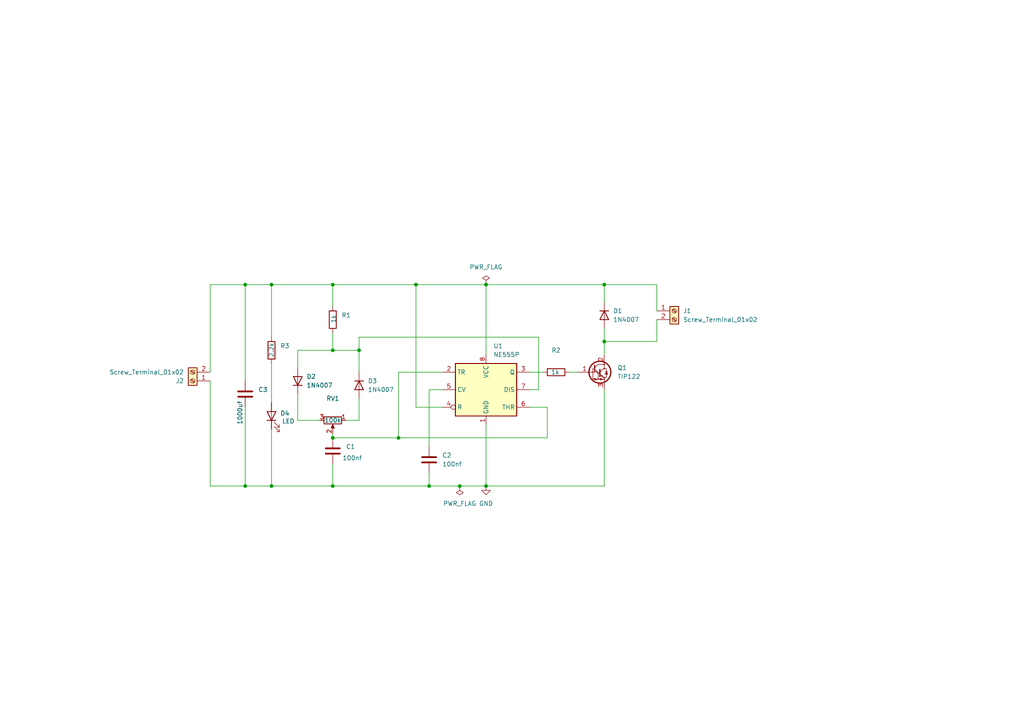
<source format=kicad_sch>
(kicad_sch (version 20250114) (generator "eeschema") (generator_version "9.0")
  (paper "A4")
  (lib_symbols
    (symbol "Connector:Screw_Terminal_01x02" (pin_names (offset 1.016) (hide yes))
      (property "Reference" "J" (at 0 2.54 0))
      (property "Value" "Screw_Terminal_01x02" (at 0 -5.08 0))
      (symbol "Screw_Terminal_01x02_1_1"
        (rectangle (start -1.27 1.27) (end 1.27 -3.81) (stroke (width 0.254)) (fill (type background)))
        (polyline (pts (xy -0.5334 0.3302) (xy 0.3302 -0.508)) (stroke (width 0.1524)))
        (polyline (pts (xy -0.5334 -2.2098) (xy 0.3302 -3.048)) (stroke (width 0.1524)))
        (polyline (pts (xy -0.3556 0.508) (xy 0.508 -0.3302)) (stroke (width 0.1524)))
        (polyline (pts (xy -0.3556 -2.032) (xy 0.508 -2.8702)) (stroke (width 0.1524)))
        (circle (center 0 0) (radius 0.635) (stroke (width 0.1524)))
        (circle (center 0 -2.54) (radius 0.635) (stroke (width 0.1524)))
        (pin passive line (at -5.08 0 0) (length 3.81) (name "Pin_1") (number "1"))
        (pin passive line (at -5.08 -2.54 0) (length 3.81) (name "Pin_2") (number "2"))
      )
    )
    (symbol "Device:C" (pin_numbers (hide yes)) (pin_names (offset 0.254))
      (property "Reference" "C" (at 0.635 2.54 0))
      (property "Value" "C" (at 0.635 -2.54 0))
      (symbol "C_0_1"
        (polyline (pts (xy -2.032 0.762) (xy 2.032 0.762)) (stroke (width 0.508)))
        (polyline (pts (xy -2.032 -0.762) (xy 2.032 -0.762)) (stroke (width 0.508)))
      )
      (symbol "C_1_1"
        (pin passive line (at 0 3.81 270) (length 2.794) (name "~") (number "1"))
        (pin passive line (at 0 -3.81 90) (length 2.794) (name "~") (number "2"))
      )
    )
    (symbol "Device:LED" (pin_numbers (hide yes)) (pin_names (offset 1.016) (hide yes))
      (property "Reference" "D" (at 0 2.54 0))
      (property "Value" "LED" (at 0 -2.54 0))
      (symbol "LED_0_1"
        (polyline (pts (xy -3.048 -0.762) (xy -4.572 -2.286) (xy -3.81 -2.286) (xy -4.572 -2.286) (xy -4.572 -1.524)))
        (polyline (pts (xy -1.778 -0.762) (xy -3.302 -2.286) (xy -2.54 -2.286) (xy -3.302 -2.286) (xy -3.302 -1.524)))
        (polyline (pts (xy -1.27 0) (xy 1.27 0)))
        (polyline (pts (xy -1.27 -1.27) (xy -1.27 1.27)) (stroke (width 0.254)))
        (polyline (pts (xy 1.27 -1.27) (xy 1.27 1.27) (xy -1.27 0) (xy 1.27 -1.27)) (stroke (width 0.254)))
      )
      (symbol "LED_1_1"
        (pin passive line (at -3.81 0 0) (length 2.54) (name "K") (number "1"))
        (pin passive line (at 3.81 0 180) (length 2.54) (name "A") (number "2"))
      )
    )
    (symbol "Device:R" (pin_numbers (hide yes)) (pin_names (offset 0))
      (property "Reference" "R" (at 2.032 0 90))
      (property "Value" "R" (at 0 0 90))
      (symbol "R_0_1"
        (rectangle (start -1.016 -2.54) (end 1.016 2.54) (stroke (width 0.254)))
      )
      (symbol "R_1_1"
        (pin passive line (at 0 3.81 270) (length 1.27) (name "~") (number "1"))
        (pin passive line (at 0 -3.81 90) (length 1.27) (name "~") (number "2"))
      )
    )
    (symbol "Device:R_Potentiometer" (pin_names (offset 1.016) (hide yes))
      (property "Reference" "RV" (at -4.445 0 90))
      (property "Value" "R_Potentiometer" (at -2.54 0 90))
      (symbol "R_Potentiometer_0_1"
        (rectangle (start 1.016 2.54) (end -1.016 -2.54) (stroke (width 0.254)))
        (polyline (pts (xy 1.143 0) (xy 2.286 0.508) (xy 2.286 -0.508) (xy 1.143 0)) (fill (type outline)))
        (polyline (pts (xy 2.54 0) (xy 1.524 0)))
      )
      (symbol "R_Potentiometer_1_1"
        (pin passive line (at 0 3.81 270) (length 1.27) (name "1") (number "1"))
        (pin passive line (at 0 -3.81 90) (length 1.27) (name "3") (number "3"))
        (pin passive line (at 3.81 0 180) (length 1.27) (name "2") (number "2"))
      )
    )
    (symbol "Diode:1N4007" (pin_numbers (hide yes)) (pin_names (hide yes))
      (property "Reference" "D" (at 0 2.54 0))
      (property "Value" "1N4007" (at 0 -2.54 0))
      (symbol "1N4007_0_1"
        (polyline (pts (xy -1.27 1.27) (xy -1.27 -1.27)) (stroke (width 0.254)))
        (polyline (pts (xy 1.27 1.27) (xy 1.27 -1.27) (xy -1.27 0) (xy 1.27 1.27)) (stroke (width 0.254)))
        (polyline (pts (xy 1.27 0) (xy -1.27 0)))
      )
      (symbol "1N4007_1_1"
        (pin passive line (at -3.81 0 0) (length 2.54) (name "K") (number "1"))
        (pin passive line (at 3.81 0 180) (length 2.54) (name "A") (number "2"))
      )
    )
    (symbol "Timer:NE555P"
      (property "Reference" "U" (at -10.16 8.89 0))
      (property "Value" "NE555P" (at 2.54 8.89 0))
      (symbol "NE555P_0_0"
        (pin power_in line (at 0 10.16 270) (length 2.54) (name "VCC") (number "8"))
        (pin power_in line (at 0 -10.16 90) (length 2.54) (name "GND") (number "1"))
      )
      (symbol "NE555P_0_1"
        (rectangle (start -8.89 -7.62) (end 8.89 7.62) (stroke (width 0.254)) (fill (type background)))
        (rectangle (start -8.89 -7.62) (end 8.89 7.62) (stroke (width 0.254)) (fill (type background)))
      )
      (symbol "NE555P_1_1"
        (pin input line (at -12.7 5.08 0) (length 3.81) (name "TR") (number "2"))
        (pin input line (at -12.7 0 0) (length 3.81) (name "CV") (number "5"))
        (pin input inverted (at -12.7 -5.08 0) (length 3.81) (name "R") (number "4"))
        (pin output line (at 12.7 5.08 180) (length 3.81) (name "Q") (number "3"))
        (pin input line (at 12.7 0 180) (length 3.81) (name "DIS") (number "7"))
        (pin input line (at 12.7 -5.08 180) (length 3.81) (name "THR") (number "6"))
      )
    )
    (symbol "Transistor_BJT:TIP122" (pin_names (offset 0) (hide yes))
      (property "Reference" "Q" (at 5.08 1.905 0))
      (property "Value" "TIP122" (at 5.08 0 0))
      (symbol "TIP122_0_1"
        (polyline (pts (xy -1.27 0) (xy -0.889 0)))
        (circle (center -0.762 0) (radius 0.127))
        (polyline (pts (xy -0.254 2.032) (xy -0.254 0) (xy -0.254 0)) (stroke (width 0.3048)))
        (polyline (pts (xy -0.254 1.27) (xy 0.762 2.286) (xy 2.54 2.286)))
        (polyline (pts (xy -0.254 1.016) (xy -0.762 1.016) (xy -0.762 -2.032)))
        (polyline (pts (xy -0.254 0.762) (xy 0.762 -0.254) (xy 1.27 -0.254)))
        (polyline (pts (xy 0.635 -0.127) (xy 0.381 0.381) (xy 0.127 0.127) (xy 0.635 -0.127)))
        (polyline (pts (xy 0.762 -0.254) (xy 0.762 -2.032) (xy 1.143 -2.032) (xy 1.27 -1.778) (xy 1.397 -2.286) (xy 1.524 -1.778) (xy 1.651 -2.286) (xy 1.778 -1.778) (xy 1.905 -2.286) (xy 2.032 -2.032) (xy 2.54 -2.032)))
        (circle (center 0.762 -0.254) (radius 0.127))
        (polyline (pts (xy 0.762 -2.032) (xy 0.381 -2.032) (xy 0.254 -2.286) (xy 0.127 -1.778) (xy 0 -2.286) (xy -0.127 -1.778) (xy -0.254 -2.286) (xy -0.381 -1.778) (xy -0.508 -2.032) (xy -0.762 -2.032)))
        (circle (center 0.762 -2.032) (radius 0.127))
        (polyline (pts (xy 1.27 0.762) (xy 1.27 -1.27) (xy 1.27 -1.27)) (stroke (width 0.381)))
        (polyline (pts (xy 1.27 0) (xy 2.286 1.016) (xy 2.54 1.016) (xy 2.54 2.286)))
        (circle (center 1.27 0) (radius 3.175) (stroke (width 0.3556)))
        (polyline (pts (xy 1.27 -0.508) (xy 2.286 -1.524) (xy 2.54 -1.524) (xy 2.54 -2.032)))
        (polyline (pts (xy 2.159 -1.397) (xy 1.905 -0.889) (xy 1.651 -1.143) (xy 2.159 -1.397)))
        (circle (center 2.54 2.286) (radius 0.127))
        (circle (center 2.54 1.016) (radius 0.127))
        (polyline (pts (xy 2.54 -1.524) (xy 3.175 -1.524)))
        (circle (center 2.54 -1.524) (radius 0.127))
        (polyline (pts (xy 2.54 -2.032) (xy 2.54 -2.54)))
        (circle (center 2.54 -2.032) (radius 0.127))
        (polyline (pts (xy 2.794 0.127) (xy 3.556 0.127)))
        (polyline (pts (xy 3.175 1.016) (xy 2.54 1.016)))
        (polyline (pts (xy 3.175 1.016) (xy 3.175 0.127)))
        (polyline (pts (xy 3.175 0.127) (xy 2.794 -0.635) (xy 3.556 -0.635) (xy 3.175 0.127)) (fill (type outline)))
        (polyline (pts (xy 3.175 -0.635) (xy 3.175 -1.524)))
      )
      (symbol "TIP122_1_1"
        (pin input line (at -5.08 0 0) (length 3.81) (name "B") (number "1"))
        (pin passive line (at 2.54 5.08 270) (length 2.667) (name "C") (number "2"))
        (pin passive line (at 2.54 -5.08 90) (length 2.54) (name "E") (number "3"))
      )
    )
    (symbol "power:GND" (power) (pin_numbers (hide yes)) (pin_names (offset 0) (hide yes))
      (property "Value" "GND" (at 0 -3.81 0))
      (symbol "GND_0_1"
        (polyline (pts (xy 0 0) (xy 0 -1.27) (xy 1.27 -1.27) (xy 0 -2.54) (xy -1.27 -1.27) (xy 0 -1.27)))
      )
      (symbol "GND_1_1"
        (pin power_in line (at 0 0 270) (length 0) (name "~") (number "1"))
      )
    )
    (symbol "power:PWR_FLAG" (power) (pin_numbers (hide yes)) (pin_names (offset 0) (hide yes))
      (property "Value" "PWR_FLAG" (at 0 3.81 0))
      (symbol "PWR_FLAG_0_0"
        (pin power_out line (at 0 0 90) (length 0) (name "~") (number "1"))
      )
      (symbol "PWR_FLAG_0_1"
        (polyline (pts (xy 0 0) (xy 0 1.27) (xy -1.016 1.905) (xy 0 2.54) (xy 1.016 1.905) (xy 0 1.27)))
      )
    )
  )
  (junction (at 96.52 101.6))
  (junction (at 78.74 140.97))
  (junction (at 78.74 82.55))
  (junction (at 175.26 99.06))
  (junction (at 96.52 140.97))
  (junction (at 71.12 82.55))
  (junction (at 120.65 82.55))
  (junction (at 140.97 140.97))
  (junction (at 133.35 140.97))
  (junction (at 96.52 82.55))
  (junction (at 96.52 127))
  (junction (at 71.12 140.97))
  (junction (at 104.14 101.6))
  (junction (at 115.57 127))
  (junction (at 124.46 140.97))
  (junction (at 140.97 82.55))
  (junction (at 175.26 82.55))
  (wire (pts (xy 96.52 101.6) (xy 104.14 101.6)))
  (wire (pts (xy 86.36 121.92) (xy 92.71 121.92)))
  (wire (pts (xy 156.21 113.03) (xy 156.21 97.79)))
  (wire (pts (xy 104.14 107.95) (xy 104.14 101.6)))
  (wire (pts (xy 124.46 113.03) (xy 124.46 129.54)))
  (wire (pts (xy 78.74 82.55) (xy 78.74 97.79)))
  (wire (pts (xy 165.1 107.95) (xy 167.64 107.95)))
  (wire (pts (xy 140.97 140.97) (xy 175.26 140.97)))
  (wire (pts (xy 96.52 82.55) (xy 120.65 82.55)))
  (wire (pts (xy 86.36 114.3) (xy 86.36 121.92)))
  (wire (pts (xy 86.36 101.6) (xy 96.52 101.6)))
  (wire (pts (xy 96.52 140.97) (xy 78.74 140.97)))
  (wire (pts (xy 158.75 127) (xy 115.57 127)))
  (wire (pts (xy 128.27 113.03) (xy 124.46 113.03)))
  (wire (pts (xy 96.52 96.52) (xy 96.52 101.6)))
  (wire (pts (xy 120.65 82.55) (xy 120.65 118.11)))
  (wire (pts (xy 124.46 140.97) (xy 133.35 140.97)))
  (wire (pts (xy 71.12 140.97) (xy 78.74 140.97)))
  (wire (pts (xy 115.57 107.95) (xy 115.57 127)))
  (wire (pts (xy 175.26 95.25) (xy 175.26 99.06)))
  (wire (pts (xy 156.21 97.79) (xy 104.14 97.79)))
  (wire (pts (xy 60.96 82.55) (xy 71.12 82.55)))
  (wire (pts (xy 78.74 105.41) (xy 78.74 116.84)))
  (wire (pts (xy 100.33 121.92) (xy 104.14 121.92)))
  (wire (pts (xy 115.57 127) (xy 96.52 127)))
  (wire (pts (xy 120.65 118.11) (xy 128.27 118.11)))
  (wire (pts (xy 128.27 107.95) (xy 115.57 107.95)))
  (wire (pts (xy 190.5 90.17) (xy 190.5 82.55)))
  (wire (pts (xy 60.96 82.55) (xy 60.96 107.95)))
  (wire (pts (xy 140.97 123.19) (xy 140.97 140.97)))
  (wire (pts (xy 86.36 101.6) (xy 86.36 106.68)))
  (wire (pts (xy 175.26 113.03) (xy 175.26 140.97)))
  (wire (pts (xy 60.96 140.97) (xy 71.12 140.97)))
  (wire (pts (xy 71.12 82.55) (xy 71.12 110.49)))
  (wire (pts (xy 190.5 82.55) (xy 175.26 82.55)))
  (wire (pts (xy 104.14 97.79) (xy 104.14 101.6)))
  (wire (pts (xy 78.74 124.46) (xy 78.74 140.97)))
  (wire (pts (xy 71.12 118.11) (xy 71.12 140.97)))
  (wire (pts (xy 153.67 118.11) (xy 158.75 118.11)))
  (wire (pts (xy 124.46 137.16) (xy 124.46 140.97)))
  (wire (pts (xy 120.65 82.55) (xy 140.97 82.55)))
  (wire (pts (xy 158.75 118.11) (xy 158.75 127)))
  (wire (pts (xy 96.52 125.73) (xy 96.52 127)))
  (wire (pts (xy 133.35 140.97) (xy 140.97 140.97)))
  (wire (pts (xy 96.52 140.97) (xy 124.46 140.97)))
  (wire (pts (xy 96.52 82.55) (xy 96.52 88.9)))
  (wire (pts (xy 175.26 82.55) (xy 140.97 82.55)))
  (wire (pts (xy 104.14 115.57) (xy 104.14 121.92)))
  (wire (pts (xy 153.67 107.95) (xy 157.48 107.95)))
  (wire (pts (xy 71.12 82.55) (xy 78.74 82.55)))
  (wire (pts (xy 156.21 113.03) (xy 153.67 113.03)))
  (wire (pts (xy 175.26 87.63) (xy 175.26 82.55)))
  (wire (pts (xy 175.26 99.06) (xy 190.5 99.06)))
  (wire (pts (xy 60.96 110.49) (xy 60.96 140.97)))
  (wire (pts (xy 78.74 82.55) (xy 96.52 82.55)))
  (wire (pts (xy 190.5 92.71) (xy 190.5 99.06)))
  (wire (pts (xy 140.97 102.87) (xy 140.97 82.55)))
  (wire (pts (xy 175.26 99.06) (xy 175.26 102.87)))
  (wire (pts (xy 96.52 134.62) (xy 96.52 140.97)))
  (symbol (lib_id "Diode:1N4007") (at 104.14 111.76 270) (unit 1)
    (property "Reference" "D3" (at 106.68 110.4899 90) (effects (justify left)))
    (property "Value" "1N4007" (at 106.68 113.0299 90) (effects (justify left)))
    (property "Footprint" "Diode_THT:D_DO-41_SOD81_P10.16mm_Horizontal" (effects (hide yes)))
    (property "Datasheet" "http://www.vishay.com/docs/88503/1n4001.pdf" (effects (hide yes)))
    (property "Description" "1000V 1A General Purpose Rectifier Diode, DO-41" (effects (hide yes)))
    (property "Sim.Device" "D" (effects (hide yes)))
    (property "Sim.Pins" "1=K 2=A" (effects (hide yes)))
  )
  (symbol (lib_id "Device:R_Potentiometer") (at 96.52 121.92 270) (unit 1)
    (property "Reference" "RV1" (at 96.52 115.57 90))
    (property "Value" "100k" (at 96.52 121.92 90))
    (property "Footprint" "Potentiometer_THT:Potentiometer_Alps_RK163_Single_Horizontal" (effects (hide yes)))
    (property "Description" "Potentiometer" (effects (hide yes)))
  )
  (symbol (lib_id "power:GND") (at 140.97 140.97 0) (unit 1)
    (property "Reference" "#PWR01" (effects (hide yes)))
    (property "Value" "GND" (at 140.97 146.05 0))
    (property "Description" "Power symbol creates a global label with name \"GND\" , ground" (effects (hide yes)))
  )
  (symbol (lib_id "Transistor_BJT:TIP122") (at 172.72 107.95 0) (unit 1)
    (property "Reference" "Q1" (at 179.07 106.6799 0) (effects (justify left)))
    (property "Value" "TIP122" (at 179.07 109.2199 0) (effects (justify left)))
    (property "Footprint" "Package_TO_SOT_THT:TO-220-3_Vertical" (effects (hide yes)))
    (property "Datasheet" "https://www.onsemi.com/pub/Collateral/TIP120-D.PDF" (effects (hide yes)))
    (property "Description" "5A Ic, 100V Vce, Silicon Darlington Power NPN Transistor, TO-220" (effects (hide yes)))
  )
  (symbol (lib_id "Device:LED") (at 78.74 120.65 90) (unit 1)
    (property "Reference" "D4" (at 81.28 119.888 90) (effects (justify right)))
    (property "Value" "LED" (at 81.788 122.174 90) (effects (justify right)))
    (property "Footprint" "LED_THT:LED_D5.0mm" (effects (hide yes)))
    (property "Description" "Light emitting diode" (effects (hide yes)))
    (property "Sim.Pins" "1=K 2=A" (effects (hide yes)))
  )
  (symbol (lib_id "Connector:Screw_Terminal_01x02") (at 55.88 110.49 180) (unit 1)
    (property "Reference" "J2" (at 53.34 110.4901 0) (effects (justify left)))
    (property "Value" "Screw_Terminal_01x02" (at 53.34 107.9501 0) (effects (justify left)))
    (property "Footprint" "TerminalBlock:TerminalBlock_bornier-2_P5.08mm" (effects (hide yes)))
    (property "Description" "Generic screw terminal, single row, 01x02, script generated (kicad-library-utils/schlib/autogen/connector/)" (effects (hide yes)))
  )
  (symbol (lib_id "Device:R") (at 96.52 92.71 0) (unit 1)
    (property "Reference" "R1" (at 99.06 91.4399 0) (effects (justify left)))
    (property "Value" "1k" (at 96.774 93.726 90) (effects (justify left)))
    (property "Footprint" "Resistor_THT:R_Axial_DIN0204_L3.6mm_D1.6mm_P7.62mm_Horizontal" (effects (hide yes)))
    (property "Description" "Resistor" (effects (hide yes)))
  )
  (symbol (lib_id "Device:C") (at 124.46 133.35 0) (unit 1)
    (property "Reference" "C2" (at 128.27 132.0799 0) (effects (justify left)))
    (property "Value" "100nf" (at 128.27 134.6199 0) (effects (justify left)))
    (property "Footprint" "Capacitor_THT:C_Disc_D4.7mm_W2.5mm_P5.00mm" (effects (hide yes)))
    (property "Description" "Unpolarized capacitor" (effects (hide yes)))
  )
  (symbol (lib_id "power:PWR_FLAG") (at 133.35 140.97 180) (unit 1)
    (property "Reference" "#FLG02" (effects (hide yes)))
    (property "Value" "PWR_FLAG" (at 133.35 146.05 0))
    (property "Description" "Special symbol for telling ERC where power comes from" (effects (hide yes)))
  )
  (symbol (lib_id "Device:R") (at 78.74 101.6 0) (unit 1)
    (property "Reference" "R3" (at 81.28 100.3299 0) (effects (justify left)))
    (property "Value" "2.2k" (at 78.74 103.632 90) (effects (justify left)))
    (property "Footprint" "Resistor_THT:R_Axial_DIN0204_L3.6mm_D1.6mm_P7.62mm_Horizontal" (effects (hide yes)))
    (property "Description" "Resistor" (effects (hide yes)))
  )
  (symbol (lib_id "Diode:1N4007") (at 175.26 91.44 270) (unit 1)
    (property "Reference" "D1" (at 177.8 90.1699 90) (effects (justify left)))
    (property "Value" "1N4007" (at 177.8 92.7099 90) (effects (justify left)))
    (property "Footprint" "Diode_THT:D_DO-41_SOD81_P10.16mm_Horizontal" (effects (hide yes)))
    (property "Datasheet" "http://www.vishay.com/docs/88503/1n4001.pdf" (effects (hide yes)))
    (property "Description" "1000V 1A General Purpose Rectifier Diode, DO-41" (effects (hide yes)))
    (property "Sim.Device" "D" (effects (hide yes)))
    (property "Sim.Pins" "1=K 2=A" (effects (hide yes)))
  )
  (symbol (lib_id "Connector:Screw_Terminal_01x02") (at 195.58 90.17 0) (unit 1)
    (property "Reference" "J1" (at 198.12 90.1699 0) (effects (justify left)))
    (property "Value" "Screw_Terminal_01x02" (at 198.12 92.7099 0) (effects (justify left)))
    (property "Footprint" "TerminalBlock:TerminalBlock_bornier-2_P5.08mm" (effects (hide yes)))
    (property "Description" "Generic screw terminal, single row, 01x02, script generated (kicad-library-utils/schlib/autogen/connector/)" (effects (hide yes)))
  )
  (symbol (lib_id "Device:R") (at 161.29 107.95 90) (unit 1)
    (property "Reference" "R2" (at 161.29 101.6 90))
    (property "Value" "1k" (at 161.036 107.95 90))
    (property "Footprint" "Resistor_THT:R_Axial_DIN0204_L3.6mm_D1.6mm_P7.62mm_Horizontal" (effects (hide yes)))
    (property "Description" "Resistor" (effects (hide yes)))
  )
  (symbol (lib_id "power:PWR_FLAG") (at 140.97 82.55 0) (unit 1)
    (property "Reference" "#FLG01" (effects (hide yes)))
    (property "Value" "PWR_FLAG" (at 140.97 77.47 0))
    (property "Description" "Special symbol for telling ERC where power comes from" (effects (hide yes)))
  )
  (symbol (lib_id "Timer:NE555P") (at 140.97 113.03 0) (unit 1)
    (property "Reference" "U1" (at 143.1133 100.33 0) (effects (justify left)))
    (property "Value" "NE555P" (at 143.1133 102.87 0) (effects (justify left)))
    (property "Footprint" "Package_DIP:DIP-8_W7.62mm" (effects (hide yes)))
    (property "Datasheet" "http://www.ti.com/lit/ds/symlink/ne555.pdf" (effects (hide yes)))
    (property "Description" "Precision Timers, 555 compatible,  PDIP-8" (effects (hide yes)))
  )
  (symbol (lib_id "Device:C") (at 71.12 114.3 0) (unit 1)
    (property "Reference" "C3" (at 74.93 113.0299 0) (effects (justify left)))
    (property "Value" "1000uf" (at 69.596 123.19 90) (effects (justify left)))
    (property "Footprint" "Capacitor_THT:CP_Radial_D10.0mm_P5.00mm" (effects (hide yes)))
    (property "Description" "Unpolarized capacitor" (effects (hide yes)))
  )
  (symbol (lib_id "Device:C") (at 96.52 130.81 0) (unit 1)
    (property "Reference" "C1" (at 100.33 129.5399 0) (effects (justify left)))
    (property "Value" "100nf" (at 99.314 132.842 0) (effects (justify left)))
    (property "Footprint" "Capacitor_THT:C_Disc_D4.7mm_W2.5mm_P5.00mm" (effects (hide yes)))
    (property "Description" "Unpolarized capacitor" (effects (hide yes)))
  )
  (symbol (lib_id "Diode:1N4007") (at 86.36 110.49 90) (unit 1)
    (property "Reference" "D2" (at 88.9 109.2199 90) (effects (justify right)))
    (property "Value" "1N4007" (at 88.9 111.7599 90) (effects (justify right)))
    (property "Footprint" "Diode_THT:D_DO-41_SOD81_P10.16mm_Horizontal" (effects (hide yes)))
    (property "Datasheet" "http://www.vishay.com/docs/88503/1n4001.pdf" (effects (hide yes)))
    (property "Description" "1000V 1A General Purpose Rectifier Diode, DO-41" (effects (hide yes)))
    (property "Sim.Device" "D" (effects (hide yes)))
    (property "Sim.Pins" "1=K 2=A" (effects (hide yes)))
  )
)
</source>
